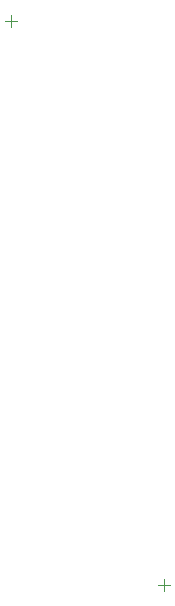
<source format=gbr>
G04*
G04 #@! TF.GenerationSoftware,Altium Limited,Altium Designer,23.10.1 (27)*
G04*
G04 Layer_Color=8388736*
%FSLAX42Y42*%
%MOMM*%
G71*
G04*
G04 #@! TF.SameCoordinates,D788F153-7B32-47A3-9728-DC68925F5BF0*
G04*
G04*
G04 #@! TF.FilePolarity,Positive*
G04*
G01*
G75*
%ADD96C,0.10*%
D96*
X755Y-4503D02*
X855D01*
X805Y-4553D02*
Y-4453D01*
X-495Y221D02*
Y321D01*
X-545Y271D02*
X-445D01*
M02*

</source>
